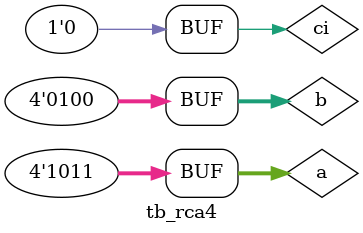
<source format=v>
`timescale 1ns/100ps

module tb_rca4;	
	
	reg [3:0] a, b; // Declare 4-bit registers 'a' and 'b'
	reg ci; // Declare a 1-bit register 'ci'
	wire [3:0] s; // Declare an output signal 's'
	wire co; // Declare an output signal 'co'

	rca4 tb(.s(s), .co(co), .a(a), .b(b), .ci(ci)); // Instantiate module rca4 and connect the input and output signals

	
	initial
	begin
		#0 a = 4'b0000; b = 4'b0000; ci = 0;// 0 + 0
		
		#5	a = 4'b0100; b = 4'b0000; // 4 + 0
		#5	a = 4'b0000; b = 4'b1000; // 0 + 8
		
		#5	a = 4'b0110; b = 4'b0001; // 6 + 1
		#5	a = 4'b0010; b = 4'b0101; // 2 + 5
		
		#5	a = 4'b1000; b = 4'b1000; // 8 + 8 // overflow
		#5	a = 4'b1001; b = 4'b0001; // 9 + 1
		
		#5	a = 4'b1110; b = 4'b0001; // 14 + 1
		#5	a = 4'b0001; b = 4'b1110; // 1 + 14
		
		#5	a = 4'b1111; b = 4'b0000; // 15 + 0
		#5	a = 4'b0000; b = 4'b1111; // 0 + 15
		
		#5	a = 4'b1111; b = 4'b1101; // 15 + 13 overflow
		#5	a = 4'b1011; b = 4'b0100; // 11 + 4
		
		#5;
		
	end
	
endmodule

</source>
